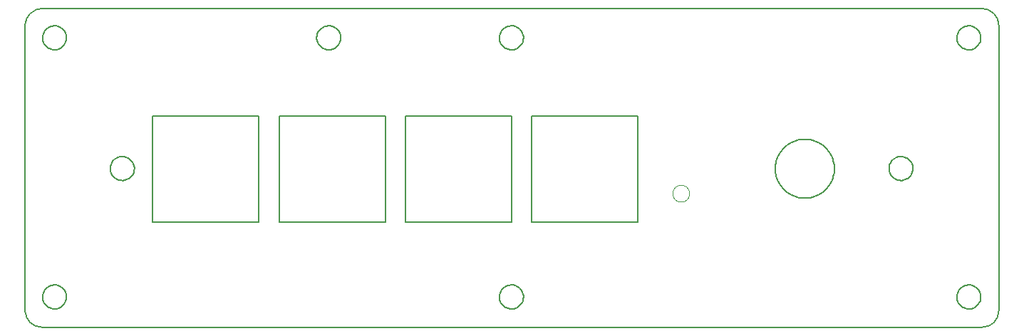
<source format=gbr>
G04 #@! TF.GenerationSoftware,KiCad,Pcbnew,(5.1.6)-1*
G04 #@! TF.CreationDate,2021-06-16T19:48:32-04:00*
G04 #@! TF.ProjectId,plate_layer_v1,706c6174-655f-46c6-9179-65725f76312e,rev?*
G04 #@! TF.SameCoordinates,Original*
G04 #@! TF.FileFunction,Profile,NP*
%FSLAX46Y46*%
G04 Gerber Fmt 4.6, Leading zero omitted, Abs format (unit mm)*
G04 Created by KiCad (PCBNEW (5.1.6)-1) date 2021-06-16 19:48:32*
%MOMM*%
%LPD*%
G01*
G04 APERTURE LIST*
G04 #@! TA.AperFunction,Profile*
%ADD10C,0.120000*%
G04 #@! TD*
G04 #@! TA.AperFunction,Profile*
%ADD11C,0.200000*%
G04 #@! TD*
G04 APERTURE END LIST*
D10*
X174100000Y-107000000D02*
G75*
G03*
X174100000Y-107000000I-1000000J0D01*
G01*
D11*
X97918412Y-120512920D02*
X97724363Y-120378346D01*
X97724363Y-120378346D02*
X97557478Y-120216182D01*
X97557478Y-120216182D02*
X97420101Y-120030486D01*
X97420101Y-120030486D02*
X97314576Y-119825319D01*
X97314576Y-119825319D02*
X97243245Y-119604738D01*
X97243245Y-119604738D02*
X97208454Y-119372805D01*
X97208454Y-119372805D02*
X97205294Y-119277763D01*
X206559476Y-87226605D02*
X206773044Y-87125840D01*
X206773044Y-87125840D02*
X206996924Y-87062395D01*
X206996924Y-87062395D02*
X207226430Y-87036271D01*
X207226430Y-87036271D02*
X207456873Y-87047467D01*
X207456873Y-87047467D02*
X207683566Y-87095984D01*
X207683566Y-87095984D02*
X207901822Y-87181820D01*
X207901822Y-87181820D02*
X207985712Y-87226605D01*
X97918412Y-118042606D02*
X98131980Y-117941841D01*
X98131980Y-117941841D02*
X98355860Y-117878396D01*
X98355860Y-117878396D02*
X98585366Y-117852272D01*
X98585366Y-117852272D02*
X98815809Y-117863468D01*
X98815809Y-117863468D02*
X99042503Y-117911985D01*
X99042503Y-117911985D02*
X99260759Y-117997821D01*
X99260759Y-117997821D02*
X99344649Y-118042606D01*
X197783998Y-103998565D02*
X197803517Y-103763227D01*
X197803517Y-103763227D02*
X197860513Y-103537618D01*
X197860513Y-103537618D02*
X197952641Y-103325799D01*
X197952641Y-103325799D02*
X198077559Y-103131827D01*
X198077559Y-103131827D02*
X198232922Y-102959763D01*
X198232922Y-102959763D02*
X198416386Y-102813666D01*
X198416386Y-102813666D02*
X198497116Y-102763408D01*
X200636471Y-103998565D02*
X200616951Y-104233902D01*
X200616951Y-104233902D02*
X200559955Y-104459511D01*
X200559955Y-104459511D02*
X200467826Y-104671330D01*
X200467826Y-104671330D02*
X200342908Y-104865302D01*
X200342908Y-104865302D02*
X200187545Y-105037366D01*
X200187545Y-105037366D02*
X200004081Y-105183463D01*
X200004081Y-105183463D02*
X199923352Y-105233722D01*
X100057767Y-119277763D02*
X100038247Y-119513100D01*
X100038247Y-119513100D02*
X99981251Y-119738709D01*
X99981251Y-119738709D02*
X99889123Y-119950528D01*
X99889123Y-119950528D02*
X99764205Y-120144500D01*
X99764205Y-120144500D02*
X99608842Y-120316564D01*
X99608842Y-120316564D02*
X99425378Y-120462661D01*
X99425378Y-120462661D02*
X99344649Y-120512920D01*
X198497116Y-105233722D02*
X198303067Y-105099148D01*
X198303067Y-105099148D02*
X198136182Y-104936984D01*
X198136182Y-104936984D02*
X197998805Y-104751288D01*
X197998805Y-104751288D02*
X197893280Y-104546121D01*
X197893280Y-104546121D02*
X197821949Y-104325540D01*
X197821949Y-104325540D02*
X197787158Y-104093607D01*
X197787158Y-104093607D02*
X197783998Y-103998565D01*
X207985712Y-120512657D02*
X207772143Y-120613421D01*
X207772143Y-120613421D02*
X207548263Y-120676866D01*
X207548263Y-120676866D02*
X207318757Y-120702990D01*
X207318757Y-120702990D02*
X207088314Y-120691794D01*
X207088314Y-120691794D02*
X206861621Y-120643277D01*
X206861621Y-120643277D02*
X206643365Y-120557441D01*
X206643365Y-120557441D02*
X206559476Y-120512657D01*
X108126493Y-103998762D02*
X108126493Y-103998762D01*
X107413374Y-102763605D02*
X107607422Y-102898178D01*
X107607422Y-102898178D02*
X107774307Y-103060342D01*
X107774307Y-103060342D02*
X107911684Y-103246038D01*
X107911684Y-103246038D02*
X108017210Y-103451205D01*
X108017210Y-103451205D02*
X108088540Y-103671786D01*
X108088540Y-103671786D02*
X108123332Y-103903719D01*
X108123332Y-103903719D02*
X108126493Y-103998762D01*
X152220042Y-118042343D02*
X152433610Y-117941578D01*
X152433610Y-117941578D02*
X152657490Y-117878133D01*
X152657490Y-117878133D02*
X152886996Y-117852009D01*
X152886996Y-117852009D02*
X153117439Y-117863205D01*
X153117439Y-117863205D02*
X153344132Y-117911722D01*
X153344132Y-117911722D02*
X153562388Y-117997558D01*
X153562388Y-117997558D02*
X153646278Y-118042343D01*
X153646278Y-120512657D02*
X153432709Y-120613421D01*
X153432709Y-120613421D02*
X153208829Y-120676866D01*
X153208829Y-120676866D02*
X152979323Y-120702990D01*
X152979323Y-120702990D02*
X152748880Y-120691794D01*
X152748880Y-120691794D02*
X152522187Y-120643277D01*
X152522187Y-120643277D02*
X152303931Y-120557441D01*
X152303931Y-120557441D02*
X152220042Y-120512657D01*
X100057767Y-119277763D02*
X100057767Y-119277763D01*
X99344649Y-120512920D02*
X99131080Y-120613684D01*
X99131080Y-120613684D02*
X98907199Y-120677129D01*
X98907199Y-120677129D02*
X98677693Y-120703253D01*
X98677693Y-120703253D02*
X98447250Y-120692057D01*
X98447250Y-120692057D02*
X98220557Y-120643540D01*
X98220557Y-120643540D02*
X98002301Y-120557704D01*
X98002301Y-120557704D02*
X97918412Y-120512920D01*
X105274020Y-103998762D02*
X105293539Y-103763424D01*
X105293539Y-103763424D02*
X105350535Y-103537815D01*
X105350535Y-103537815D02*
X105442663Y-103325996D01*
X105442663Y-103325996D02*
X105567581Y-103132024D01*
X105567581Y-103132024D02*
X105722944Y-102959960D01*
X105722944Y-102959960D02*
X105906408Y-102813863D01*
X105906408Y-102813863D02*
X105987138Y-102763605D01*
X107413374Y-105233919D02*
X107199805Y-105334683D01*
X107199805Y-105334683D02*
X106975924Y-105398128D01*
X106975924Y-105398128D02*
X106746419Y-105424252D01*
X106746419Y-105424252D02*
X106515976Y-105413056D01*
X106515976Y-105413056D02*
X106289283Y-105364539D01*
X106289283Y-105364539D02*
X106071027Y-105278703D01*
X106071027Y-105278703D02*
X105987138Y-105233919D01*
X108126493Y-103998762D02*
X108106973Y-104234099D01*
X108106973Y-104234099D02*
X108049977Y-104459708D01*
X108049977Y-104459708D02*
X107957848Y-104671527D01*
X107957848Y-104671527D02*
X107832930Y-104865499D01*
X107832930Y-104865499D02*
X107677567Y-105037563D01*
X107677567Y-105037563D02*
X107494103Y-105183660D01*
X107494103Y-105183660D02*
X107413374Y-105233919D01*
X207985712Y-87226605D02*
X208179760Y-87361178D01*
X208179760Y-87361178D02*
X208346645Y-87523342D01*
X208346645Y-87523342D02*
X208484022Y-87709038D01*
X208484022Y-87709038D02*
X208589548Y-87914205D01*
X208589548Y-87914205D02*
X208660878Y-88134786D01*
X208660878Y-88134786D02*
X208695670Y-88366719D01*
X208695670Y-88366719D02*
X208698831Y-88461762D01*
X205846358Y-119277500D02*
X205865877Y-119042162D01*
X205865877Y-119042162D02*
X205922873Y-118816553D01*
X205922873Y-118816553D02*
X206015001Y-118604734D01*
X206015001Y-118604734D02*
X206139919Y-118410762D01*
X206139919Y-118410762D02*
X206295282Y-118238698D01*
X206295282Y-118238698D02*
X206478746Y-118092601D01*
X206478746Y-118092601D02*
X206559476Y-118042343D01*
X199923352Y-102763408D02*
X200117400Y-102897981D01*
X200117400Y-102897981D02*
X200284285Y-103060145D01*
X200284285Y-103060145D02*
X200421662Y-103245841D01*
X200421662Y-103245841D02*
X200527188Y-103451008D01*
X200527188Y-103451008D02*
X200598518Y-103671589D01*
X200598518Y-103671589D02*
X200633310Y-103903522D01*
X200633310Y-103903522D02*
X200636471Y-103998565D01*
X151506924Y-119277500D02*
X151526443Y-119042162D01*
X151526443Y-119042162D02*
X151583439Y-118816553D01*
X151583439Y-118816553D02*
X151675567Y-118604734D01*
X151675567Y-118604734D02*
X151800485Y-118410762D01*
X151800485Y-118410762D02*
X151955848Y-118238698D01*
X151955848Y-118238698D02*
X152139312Y-118092601D01*
X152139312Y-118092601D02*
X152220042Y-118042343D01*
X208698831Y-119277500D02*
X208679311Y-119512837D01*
X208679311Y-119512837D02*
X208622315Y-119738446D01*
X208622315Y-119738446D02*
X208530186Y-119950265D01*
X208530186Y-119950265D02*
X208405268Y-120144237D01*
X208405268Y-120144237D02*
X208249905Y-120316301D01*
X208249905Y-120316301D02*
X208066441Y-120462398D01*
X208066441Y-120462398D02*
X207985712Y-120512657D01*
X105987138Y-102763605D02*
X106200705Y-102662840D01*
X106200705Y-102662840D02*
X106424586Y-102599395D01*
X106424586Y-102599395D02*
X106654091Y-102573271D01*
X106654091Y-102573271D02*
X106884535Y-102584467D01*
X106884535Y-102584467D02*
X107111228Y-102632984D01*
X107111228Y-102632984D02*
X107329484Y-102718820D01*
X107329484Y-102718820D02*
X107413374Y-102763605D01*
X208698831Y-119277500D02*
X208698831Y-119277500D01*
X200636471Y-103998565D02*
X200636471Y-103998565D01*
X198497116Y-102763408D02*
X198710684Y-102662643D01*
X198710684Y-102662643D02*
X198934564Y-102599198D01*
X198934564Y-102599198D02*
X199164070Y-102573074D01*
X199164070Y-102573074D02*
X199394513Y-102584270D01*
X199394513Y-102584270D02*
X199621206Y-102632787D01*
X199621206Y-102632787D02*
X199839462Y-102718623D01*
X199839462Y-102718623D02*
X199923352Y-102763408D01*
X207985712Y-118042343D02*
X208179760Y-118176916D01*
X208179760Y-118176916D02*
X208346645Y-118339080D01*
X208346645Y-118339080D02*
X208484022Y-118524776D01*
X208484022Y-118524776D02*
X208589548Y-118729943D01*
X208589548Y-118729943D02*
X208660878Y-118950524D01*
X208660878Y-118950524D02*
X208695670Y-119182457D01*
X208695670Y-119182457D02*
X208698831Y-119277500D01*
X97205294Y-119277763D02*
X97224813Y-119042425D01*
X97224813Y-119042425D02*
X97281809Y-118816816D01*
X97281809Y-118816816D02*
X97373937Y-118604997D01*
X97373937Y-118604997D02*
X97498855Y-118411025D01*
X97498855Y-118411025D02*
X97654218Y-118238961D01*
X97654218Y-118238961D02*
X97837682Y-118092864D01*
X97837682Y-118092864D02*
X97918412Y-118042606D01*
X206559476Y-120512657D02*
X206365427Y-120378083D01*
X206365427Y-120378083D02*
X206198542Y-120215919D01*
X206198542Y-120215919D02*
X206061165Y-120030223D01*
X206061165Y-120030223D02*
X205955640Y-119825056D01*
X205955640Y-119825056D02*
X205884309Y-119604475D01*
X205884309Y-119604475D02*
X205849518Y-119372542D01*
X205849518Y-119372542D02*
X205846358Y-119277500D01*
X205846358Y-88461762D02*
X205865877Y-88226424D01*
X205865877Y-88226424D02*
X205922873Y-88000815D01*
X205922873Y-88000815D02*
X206015001Y-87788996D01*
X206015001Y-87788996D02*
X206139919Y-87595024D01*
X206139919Y-87595024D02*
X206295282Y-87422960D01*
X206295282Y-87422960D02*
X206478746Y-87276863D01*
X206478746Y-87276863D02*
X206559476Y-87226605D01*
X152220042Y-120512657D02*
X152025993Y-120378083D01*
X152025993Y-120378083D02*
X151859108Y-120215919D01*
X151859108Y-120215919D02*
X151721731Y-120030223D01*
X151721731Y-120030223D02*
X151616206Y-119825056D01*
X151616206Y-119825056D02*
X151544875Y-119604475D01*
X151544875Y-119604475D02*
X151510084Y-119372542D01*
X151510084Y-119372542D02*
X151506924Y-119277500D01*
X208698831Y-88461762D02*
X208698831Y-88461762D01*
X99344649Y-118042606D02*
X99538697Y-118177179D01*
X99538697Y-118177179D02*
X99705582Y-118339343D01*
X99705582Y-118339343D02*
X99842959Y-118525039D01*
X99842959Y-118525039D02*
X99948484Y-118730206D01*
X99948484Y-118730206D02*
X100019815Y-118950787D01*
X100019815Y-118950787D02*
X100054606Y-119182720D01*
X100054606Y-119182720D02*
X100057767Y-119277763D01*
X199923352Y-105233722D02*
X199709783Y-105334486D01*
X199709783Y-105334486D02*
X199485903Y-105397931D01*
X199485903Y-105397931D02*
X199256397Y-105424055D01*
X199256397Y-105424055D02*
X199025954Y-105412859D01*
X199025954Y-105412859D02*
X198799261Y-105364342D01*
X198799261Y-105364342D02*
X198581005Y-105278506D01*
X198581005Y-105278506D02*
X198497116Y-105233722D01*
X105987138Y-105233919D02*
X105793089Y-105099345D01*
X105793089Y-105099345D02*
X105626204Y-104937181D01*
X105626204Y-104937181D02*
X105488827Y-104751485D01*
X105488827Y-104751485D02*
X105383302Y-104546318D01*
X105383302Y-104546318D02*
X105311971Y-104325737D01*
X105311971Y-104325737D02*
X105277180Y-104093804D01*
X105277180Y-104093804D02*
X105274020Y-103998762D01*
X206559476Y-118042343D02*
X206773044Y-117941578D01*
X206773044Y-117941578D02*
X206996924Y-117878133D01*
X206996924Y-117878133D02*
X207226430Y-117852009D01*
X207226430Y-117852009D02*
X207456873Y-117863205D01*
X207456873Y-117863205D02*
X207683566Y-117911722D01*
X207683566Y-117911722D02*
X207901822Y-117997558D01*
X207901822Y-117997558D02*
X207985712Y-118042343D01*
X154359397Y-119277500D02*
X154359397Y-119277500D01*
X153646278Y-118042343D02*
X153840326Y-118176916D01*
X153840326Y-118176916D02*
X154007211Y-118339080D01*
X154007211Y-118339080D02*
X154144588Y-118524776D01*
X154144588Y-118524776D02*
X154250114Y-118729943D01*
X154250114Y-118729943D02*
X154321444Y-118950524D01*
X154321444Y-118950524D02*
X154356236Y-119182457D01*
X154356236Y-119182457D02*
X154359397Y-119277500D01*
X154359397Y-119277500D02*
X154339877Y-119512837D01*
X154339877Y-119512837D02*
X154282881Y-119738446D01*
X154282881Y-119738446D02*
X154190752Y-119950265D01*
X154190752Y-119950265D02*
X154065834Y-120144237D01*
X154065834Y-120144237D02*
X153910471Y-120316301D01*
X153910471Y-120316301D02*
X153727007Y-120462398D01*
X153727007Y-120462398D02*
X153646278Y-120512657D01*
X152924380Y-97769703D02*
X152924380Y-110383301D01*
X209864494Y-85288000D02*
X209727494Y-85211000D01*
X210667494Y-86228000D02*
X210602494Y-86086000D01*
X210525494Y-85949000D02*
X210438494Y-85818000D01*
X152924380Y-110383301D02*
X140310784Y-110383301D01*
X208976494Y-85000000D02*
X181060275Y-84994000D01*
X167924380Y-110383301D02*
X155310784Y-110383301D01*
X137924382Y-110383301D02*
X125310784Y-110383301D01*
X130495834Y-89696919D02*
X130301785Y-89562345D01*
X130301785Y-89562345D02*
X130134900Y-89400181D01*
X130134900Y-89400181D02*
X129997523Y-89214486D01*
X129997523Y-89214486D02*
X129891998Y-89009318D01*
X129891998Y-89009318D02*
X129820667Y-88788738D01*
X129820667Y-88788738D02*
X129785876Y-88556804D01*
X129785876Y-88556804D02*
X129782716Y-88461762D01*
X97918412Y-87226867D02*
X98131980Y-87126102D01*
X98131980Y-87126102D02*
X98355860Y-87062658D01*
X98355860Y-87062658D02*
X98585366Y-87036534D01*
X98585366Y-87036534D02*
X98815809Y-87047730D01*
X98815809Y-87047730D02*
X99042503Y-87096246D01*
X99042503Y-87096246D02*
X99260759Y-87182082D01*
X99260759Y-87182082D02*
X99344649Y-87226867D01*
X99344649Y-89697181D02*
X99131080Y-89797945D01*
X99131080Y-89797945D02*
X98907199Y-89861390D01*
X98907199Y-89861390D02*
X98677693Y-89887514D01*
X98677693Y-89887514D02*
X98447250Y-89876318D01*
X98447250Y-89876318D02*
X98220557Y-89827801D01*
X98220557Y-89827801D02*
X98002301Y-89741965D01*
X98002301Y-89741965D02*
X97918412Y-89697181D01*
X210438494Y-85818000D02*
X210340494Y-85695000D01*
X206559476Y-89696919D02*
X206365427Y-89562345D01*
X206365427Y-89562345D02*
X206198542Y-89400181D01*
X206198542Y-89400181D02*
X206061165Y-89214486D01*
X206061165Y-89214486D02*
X205955640Y-89009318D01*
X205955640Y-89009318D02*
X205884309Y-88788738D01*
X205884309Y-88788738D02*
X205849518Y-88556804D01*
X205849518Y-88556804D02*
X205846358Y-88461762D01*
X207985712Y-89696919D02*
X207772143Y-89797683D01*
X207772143Y-89797683D02*
X207548263Y-89861128D01*
X207548263Y-89861128D02*
X207318757Y-89887252D01*
X207318757Y-89887252D02*
X207088314Y-89876056D01*
X207088314Y-89876056D02*
X206861621Y-89827539D01*
X206861621Y-89827539D02*
X206643365Y-89741703D01*
X206643365Y-89741703D02*
X206559476Y-89696919D01*
X100057767Y-88462024D02*
X100038247Y-88697362D01*
X100038247Y-88697362D02*
X99981251Y-88922970D01*
X99981251Y-88922970D02*
X99889123Y-89134790D01*
X99889123Y-89134790D02*
X99764205Y-89328762D01*
X99764205Y-89328762D02*
X99608842Y-89500825D01*
X99608842Y-89500825D02*
X99425378Y-89646922D01*
X99425378Y-89646922D02*
X99344649Y-89697181D01*
X209585494Y-85146000D02*
X209438494Y-85091000D01*
X210234494Y-85579000D02*
X210118494Y-85473000D01*
X208698831Y-88461762D02*
X208679311Y-88697099D01*
X208679311Y-88697099D02*
X208622315Y-88922708D01*
X208622315Y-88922708D02*
X208530186Y-89134528D01*
X208530186Y-89134528D02*
X208405268Y-89328499D01*
X208405268Y-89328499D02*
X208249905Y-89500563D01*
X208249905Y-89500563D02*
X208066441Y-89646660D01*
X208066441Y-89646660D02*
X207985712Y-89696919D01*
X154359397Y-88461762D02*
X154359397Y-88461762D01*
X153646278Y-89696919D02*
X153432709Y-89797683D01*
X153432709Y-89797683D02*
X153208829Y-89861128D01*
X153208829Y-89861128D02*
X152979323Y-89887252D01*
X152979323Y-89887252D02*
X152748880Y-89876056D01*
X152748880Y-89876056D02*
X152522187Y-89827539D01*
X152522187Y-89827539D02*
X152303931Y-89741703D01*
X152303931Y-89741703D02*
X152220042Y-89696919D01*
X209995494Y-85375000D02*
X209864494Y-85288000D01*
X152220042Y-87226605D02*
X152433610Y-87125840D01*
X152433610Y-87125840D02*
X152657490Y-87062395D01*
X152657490Y-87062395D02*
X152886996Y-87036271D01*
X152886996Y-87036271D02*
X153117439Y-87047467D01*
X153117439Y-87047467D02*
X153344132Y-87095984D01*
X153344132Y-87095984D02*
X153562388Y-87181820D01*
X153562388Y-87181820D02*
X153646278Y-87226605D01*
X132635189Y-88461762D02*
X132635189Y-88461762D01*
X97156000Y-84994000D02*
X97000000Y-85000000D01*
X125310784Y-97769703D02*
X137924382Y-97769703D01*
X155310784Y-110383301D02*
X155310784Y-97769703D01*
X151506924Y-88461762D02*
X151526443Y-88226424D01*
X151526443Y-88226424D02*
X151583439Y-88000815D01*
X151583439Y-88000815D02*
X151675567Y-87788996D01*
X151675567Y-87788996D02*
X151800485Y-87595024D01*
X151800485Y-87595024D02*
X151955848Y-87422960D01*
X151955848Y-87422960D02*
X152139312Y-87276863D01*
X152139312Y-87276863D02*
X152220042Y-87226605D01*
X191294973Y-104026245D02*
X191294973Y-104026245D01*
X152220042Y-89696919D02*
X152025993Y-89562345D01*
X152025993Y-89562345D02*
X151859108Y-89400181D01*
X151859108Y-89400181D02*
X151721731Y-89214486D01*
X151721731Y-89214486D02*
X151616206Y-89009318D01*
X151616206Y-89009318D02*
X151544875Y-88788738D01*
X151544875Y-88788738D02*
X151510084Y-88556804D01*
X151510084Y-88556804D02*
X151506924Y-88461762D01*
X184273885Y-104026245D02*
X184281664Y-103792306D01*
X184281664Y-103792306D02*
X184304757Y-103561239D01*
X184304757Y-103561239D02*
X184342793Y-103333685D01*
X184342793Y-103333685D02*
X184395404Y-103110281D01*
X184395404Y-103110281D02*
X184462220Y-102891669D01*
X184462220Y-102891669D02*
X184542872Y-102678487D01*
X184542872Y-102678487D02*
X184636991Y-102471375D01*
X184636991Y-102471375D02*
X184744208Y-102270972D01*
X184744208Y-102270972D02*
X184864154Y-102077918D01*
X184864154Y-102077918D02*
X184996458Y-101892853D01*
X184996458Y-101892853D02*
X185140753Y-101716415D01*
X185140753Y-101716415D02*
X185296669Y-101549244D01*
X185296669Y-101549244D02*
X185463836Y-101391981D01*
X185463836Y-101391981D02*
X185641886Y-101245263D01*
X185641886Y-101245263D02*
X185830449Y-101109731D01*
X185830449Y-101109731D02*
X186029157Y-100986025D01*
X125310784Y-110383301D02*
X125310784Y-97769703D01*
X209132494Y-85018000D02*
X208976494Y-85000000D01*
X154359397Y-88461762D02*
X154339877Y-88697099D01*
X154339877Y-88697099D02*
X154282881Y-88922708D01*
X154282881Y-88922708D02*
X154190752Y-89134528D01*
X154190752Y-89134528D02*
X154065834Y-89328499D01*
X154065834Y-89328499D02*
X153910471Y-89500563D01*
X153910471Y-89500563D02*
X153727007Y-89646660D01*
X153727007Y-89646660D02*
X153646278Y-89696919D01*
X97918412Y-89697181D02*
X97724363Y-89562607D01*
X97724363Y-89562607D02*
X97557478Y-89400443D01*
X97557478Y-89400443D02*
X97420101Y-89214748D01*
X97420101Y-89214748D02*
X97314576Y-89009580D01*
X97314576Y-89009580D02*
X97243245Y-88789000D01*
X97243245Y-88789000D02*
X97208454Y-88557066D01*
X97208454Y-88557066D02*
X97205294Y-88462024D01*
X191294973Y-104026245D02*
X191287193Y-104260183D01*
X191287193Y-104260183D02*
X191264100Y-104491250D01*
X191264100Y-104491250D02*
X191226064Y-104718804D01*
X191226064Y-104718804D02*
X191173453Y-104942208D01*
X191173453Y-104942208D02*
X191106637Y-105160820D01*
X191106637Y-105160820D02*
X191025985Y-105374002D01*
X191025985Y-105374002D02*
X190931866Y-105581114D01*
X190931866Y-105581114D02*
X190824649Y-105781517D01*
X190824649Y-105781517D02*
X190704703Y-105974571D01*
X190704703Y-105974571D02*
X190572399Y-106159636D01*
X190572399Y-106159636D02*
X190428104Y-106336074D01*
X190428104Y-106336074D02*
X190272188Y-106503245D01*
X190272188Y-106503245D02*
X190105021Y-106660508D01*
X190105021Y-106660508D02*
X189926971Y-106807226D01*
X189926971Y-106807226D02*
X189738408Y-106942758D01*
X189738408Y-106942758D02*
X189539701Y-107066465D01*
X186029157Y-107066465D02*
X185830449Y-106942758D01*
X185830449Y-106942758D02*
X185641886Y-106807226D01*
X185641886Y-106807226D02*
X185463836Y-106660508D01*
X185463836Y-106660508D02*
X185296669Y-106503245D01*
X185296669Y-106503245D02*
X185140753Y-106336074D01*
X185140753Y-106336074D02*
X184996458Y-106159636D01*
X184996458Y-106159636D02*
X184864154Y-105974571D01*
X184864154Y-105974571D02*
X184744208Y-105781517D01*
X184744208Y-105781517D02*
X184636991Y-105581114D01*
X184636991Y-105581114D02*
X184542872Y-105374002D01*
X184542872Y-105374002D02*
X184462220Y-105160820D01*
X184462220Y-105160820D02*
X184395404Y-104942208D01*
X184395404Y-104942208D02*
X184342793Y-104718804D01*
X184342793Y-104718804D02*
X184304757Y-104491250D01*
X184304757Y-104491250D02*
X184281664Y-104260183D01*
X184281664Y-104260183D02*
X184273885Y-104026245D01*
X209438494Y-85091000D02*
X209286494Y-85049000D01*
X130495834Y-87226605D02*
X130709402Y-87125840D01*
X130709402Y-87125840D02*
X130933282Y-87062395D01*
X130933282Y-87062395D02*
X131162788Y-87036271D01*
X131162788Y-87036271D02*
X131393231Y-87047467D01*
X131393231Y-87047467D02*
X131619924Y-87095984D01*
X131619924Y-87095984D02*
X131838180Y-87181820D01*
X131838180Y-87181820D02*
X131922070Y-87226605D01*
X189539701Y-107066465D02*
X189333214Y-107176697D01*
X189333214Y-107176697D02*
X189121558Y-107272231D01*
X189121558Y-107272231D02*
X188905472Y-107353068D01*
X188905472Y-107353068D02*
X188685694Y-107419207D01*
X188685694Y-107419207D02*
X188462962Y-107470649D01*
X188462962Y-107470649D02*
X188238015Y-107507393D01*
X188238015Y-107507393D02*
X188011591Y-107529439D01*
X188011591Y-107529439D02*
X187784429Y-107536788D01*
X187784429Y-107536788D02*
X187557266Y-107529439D01*
X187557266Y-107529439D02*
X187330842Y-107507393D01*
X187330842Y-107507393D02*
X187105895Y-107470649D01*
X187105895Y-107470649D02*
X186883163Y-107419207D01*
X186883163Y-107419207D02*
X186663385Y-107353068D01*
X186663385Y-107353068D02*
X186447299Y-107272231D01*
X186447299Y-107272231D02*
X186235643Y-107176697D01*
X186235643Y-107176697D02*
X186029157Y-107066465D01*
X110310785Y-110383301D02*
X110310785Y-97769703D01*
X131922070Y-89696919D02*
X131708501Y-89797683D01*
X131708501Y-89797683D02*
X131484621Y-89861128D01*
X131484621Y-89861128D02*
X131255115Y-89887252D01*
X131255115Y-89887252D02*
X131024672Y-89876056D01*
X131024672Y-89876056D02*
X130797979Y-89827539D01*
X130797979Y-89827539D02*
X130579723Y-89741703D01*
X130579723Y-89741703D02*
X130495834Y-89696919D01*
X97205294Y-88462024D02*
X97224813Y-88226686D01*
X97224813Y-88226686D02*
X97281809Y-88001077D01*
X97281809Y-88001077D02*
X97373937Y-87789258D01*
X97373937Y-87789258D02*
X97498855Y-87595286D01*
X97498855Y-87595286D02*
X97654218Y-87423222D01*
X97654218Y-87423222D02*
X97837682Y-87277125D01*
X97837682Y-87277125D02*
X97918412Y-87226867D01*
X155310784Y-97769703D02*
X167924380Y-97769703D01*
X110310785Y-97769703D02*
X122924382Y-97769703D01*
X181060275Y-84994000D02*
X97156000Y-84994000D01*
X209286494Y-85049000D02*
X209132494Y-85018000D01*
X189539701Y-100986025D02*
X189738408Y-101109731D01*
X189738408Y-101109731D02*
X189926971Y-101245263D01*
X189926971Y-101245263D02*
X190105021Y-101391981D01*
X190105021Y-101391981D02*
X190272188Y-101549244D01*
X190272188Y-101549244D02*
X190428104Y-101716415D01*
X190428104Y-101716415D02*
X190572399Y-101892853D01*
X190572399Y-101892853D02*
X190704703Y-102077918D01*
X190704703Y-102077918D02*
X190824649Y-102270972D01*
X190824649Y-102270972D02*
X190931866Y-102471375D01*
X190931866Y-102471375D02*
X191025985Y-102678487D01*
X191025985Y-102678487D02*
X191106637Y-102891669D01*
X191106637Y-102891669D02*
X191173453Y-103110281D01*
X191173453Y-103110281D02*
X191226064Y-103333685D01*
X191226064Y-103333685D02*
X191264100Y-103561239D01*
X191264100Y-103561239D02*
X191287193Y-103792306D01*
X191287193Y-103792306D02*
X191294973Y-104026245D01*
X122924382Y-110383301D02*
X110310785Y-110383301D01*
X140310784Y-97769703D02*
X152924380Y-97769703D01*
X209727494Y-85211000D02*
X209585494Y-85146000D01*
X153646278Y-87226605D02*
X153840326Y-87361178D01*
X153840326Y-87361178D02*
X154007211Y-87523342D01*
X154007211Y-87523342D02*
X154144588Y-87709038D01*
X154144588Y-87709038D02*
X154250114Y-87914205D01*
X154250114Y-87914205D02*
X154321444Y-88134786D01*
X154321444Y-88134786D02*
X154356236Y-88366719D01*
X154356236Y-88366719D02*
X154359397Y-88461762D01*
X140310784Y-110383301D02*
X140310784Y-97769703D01*
X210118494Y-85473000D02*
X209995494Y-85375000D01*
X137924382Y-97769703D02*
X137924382Y-110383301D01*
X99344649Y-87226867D02*
X99538697Y-87361440D01*
X99538697Y-87361440D02*
X99705582Y-87523604D01*
X99705582Y-87523604D02*
X99842959Y-87709300D01*
X99842959Y-87709300D02*
X99948484Y-87914467D01*
X99948484Y-87914467D02*
X100019815Y-88135048D01*
X100019815Y-88135048D02*
X100054606Y-88366981D01*
X100054606Y-88366981D02*
X100057767Y-88462024D01*
X210602494Y-86086000D02*
X210525494Y-85949000D01*
X131922070Y-87226605D02*
X132116118Y-87361178D01*
X132116118Y-87361178D02*
X132283003Y-87523342D01*
X132283003Y-87523342D02*
X132420380Y-87709038D01*
X132420380Y-87709038D02*
X132525906Y-87914205D01*
X132525906Y-87914205D02*
X132597236Y-88134786D01*
X132597236Y-88134786D02*
X132632028Y-88366719D01*
X132632028Y-88366719D02*
X132635189Y-88461762D01*
X122924382Y-97769703D02*
X122924382Y-110383301D01*
X210340494Y-85695000D02*
X210234494Y-85579000D01*
X129782716Y-88461762D02*
X129802235Y-88226424D01*
X129802235Y-88226424D02*
X129859231Y-88000815D01*
X129859231Y-88000815D02*
X129951359Y-87788996D01*
X129951359Y-87788996D02*
X130076277Y-87595024D01*
X130076277Y-87595024D02*
X130231640Y-87422960D01*
X130231640Y-87422960D02*
X130415104Y-87276863D01*
X130415104Y-87276863D02*
X130495834Y-87226605D01*
X132635189Y-88461762D02*
X132615669Y-88697099D01*
X132615669Y-88697099D02*
X132558673Y-88922708D01*
X132558673Y-88922708D02*
X132466544Y-89134528D01*
X132466544Y-89134528D02*
X132341626Y-89328499D01*
X132341626Y-89328499D02*
X132186263Y-89500563D01*
X132186263Y-89500563D02*
X132002799Y-89646660D01*
X132002799Y-89646660D02*
X131922070Y-89696919D01*
X100057767Y-88462024D02*
X100057767Y-88462024D01*
X186029157Y-100986025D02*
X186235643Y-100875792D01*
X186235643Y-100875792D02*
X186447299Y-100780258D01*
X186447299Y-100780258D02*
X186663385Y-100699421D01*
X186663385Y-100699421D02*
X186883163Y-100633282D01*
X186883163Y-100633282D02*
X187105895Y-100581840D01*
X187105895Y-100581840D02*
X187330842Y-100545096D01*
X187330842Y-100545096D02*
X187557266Y-100523050D01*
X187557266Y-100523050D02*
X187784429Y-100515701D01*
X187784429Y-100515701D02*
X188011591Y-100523050D01*
X188011591Y-100523050D02*
X188238015Y-100545096D01*
X188238015Y-100545096D02*
X188462962Y-100581840D01*
X188462962Y-100581840D02*
X188685694Y-100633282D01*
X188685694Y-100633282D02*
X188905472Y-100699421D01*
X188905472Y-100699421D02*
X189121558Y-100780258D01*
X189121558Y-100780258D02*
X189333214Y-100875792D01*
X189333214Y-100875792D02*
X189539701Y-100986025D01*
X167924380Y-97769703D02*
X167924380Y-110383301D01*
X95858000Y-122389999D02*
X95981000Y-122487999D01*
X95981000Y-122487999D02*
X96112000Y-122574999D01*
X95254000Y-86375000D02*
X95212000Y-86527000D01*
X95212000Y-86527000D02*
X95181000Y-86681000D01*
X210795494Y-86681000D02*
X210764494Y-86527000D01*
X210813494Y-86837000D02*
X210795494Y-86681000D01*
X210813494Y-121025999D02*
X210820494Y-120869999D01*
X210340494Y-122167999D02*
X210438494Y-122044999D01*
X95163000Y-121025999D02*
X95181000Y-121181999D01*
X210234494Y-122283999D02*
X210340494Y-122167999D01*
X95374000Y-86086000D02*
X95309000Y-86228000D01*
X95858000Y-85473000D02*
X95742000Y-85579000D01*
X208819494Y-122868999D02*
X208976494Y-122862999D01*
X209864494Y-122574999D02*
X209995494Y-122487999D01*
X210438494Y-122044999D02*
X210525494Y-121913999D01*
X208976494Y-122862999D02*
X209132494Y-122844999D01*
X97156000Y-122868999D02*
X208819494Y-122868999D01*
X95742000Y-122283999D02*
X95858000Y-122389999D01*
X95636000Y-85695000D02*
X95538000Y-85818000D01*
X95981000Y-85375000D02*
X95858000Y-85473000D01*
X96844000Y-122844999D02*
X97000000Y-122862999D01*
X96538000Y-122771999D02*
X96690000Y-122813999D01*
X95163000Y-86837000D02*
X95156000Y-86994000D01*
X96249000Y-85211000D02*
X96112000Y-85288000D01*
X95156000Y-120868999D02*
X95163000Y-121025999D01*
X209132494Y-122844999D02*
X209286494Y-122813999D01*
X95538000Y-122044999D02*
X95636000Y-122167999D01*
X95181000Y-86681000D02*
X95163000Y-86837000D01*
X210764494Y-121335999D02*
X210795494Y-121181999D01*
X95181000Y-121181999D02*
X95212000Y-121335999D01*
X210722494Y-121487999D02*
X210764494Y-121335999D01*
X96112000Y-85288000D02*
X95981000Y-85375000D01*
X209286494Y-122813999D02*
X209438494Y-122771999D01*
X96112000Y-122574999D02*
X96249000Y-122651999D01*
X97000000Y-122862999D02*
X97156000Y-122868999D01*
X95538000Y-85818000D02*
X95451000Y-85949000D01*
X96391000Y-85146000D02*
X96249000Y-85211000D01*
X95742000Y-85579000D02*
X95636000Y-85695000D01*
X96538000Y-85091000D02*
X96391000Y-85146000D01*
X210118494Y-122389999D02*
X210234494Y-122283999D01*
X209438494Y-122771999D02*
X209585494Y-122716999D01*
X95212000Y-121335999D02*
X95254000Y-121487999D01*
X96249000Y-122651999D02*
X96391000Y-122716999D01*
X210819494Y-86994000D02*
X210813494Y-86837000D01*
X210525494Y-121913999D02*
X210602494Y-121776999D01*
X95451000Y-85949000D02*
X95374000Y-86086000D01*
X210820494Y-120869999D02*
X210819494Y-86994000D01*
X210795494Y-121181999D02*
X210813494Y-121025999D01*
X210602494Y-121776999D02*
X210667494Y-121634999D01*
X209585494Y-122716999D02*
X209727494Y-122651999D01*
X95374000Y-121776999D02*
X95451000Y-121913999D01*
X96690000Y-122813999D02*
X96844000Y-122844999D01*
X95309000Y-121634999D02*
X95374000Y-121776999D01*
X95254000Y-121487999D02*
X95309000Y-121634999D01*
X95451000Y-121913999D02*
X95538000Y-122044999D01*
X209995494Y-122487999D02*
X210118494Y-122389999D01*
X95636000Y-122167999D02*
X95742000Y-122283999D01*
X210722494Y-86375000D02*
X210667494Y-86228000D01*
X210764494Y-86527000D02*
X210722494Y-86375000D01*
X210667494Y-121634999D02*
X210722494Y-121487999D01*
X209727494Y-122651999D02*
X209864494Y-122574999D01*
X96391000Y-122716999D02*
X96538000Y-122771999D01*
X95156000Y-86994000D02*
X95156000Y-120868999D01*
X95309000Y-86228000D02*
X95254000Y-86375000D01*
X96690000Y-85049000D02*
X96538000Y-85091000D01*
X96844000Y-85018000D02*
X96690000Y-85049000D01*
X97000000Y-85000000D02*
X96844000Y-85018000D01*
M02*

</source>
